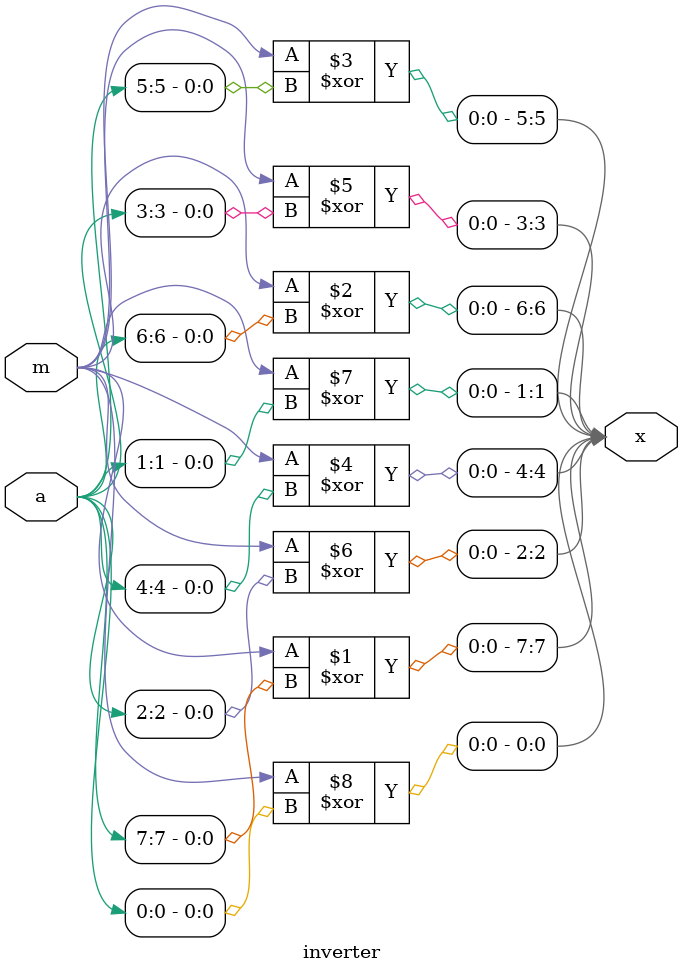
<source format=v>
module inverter
(
    input m,
    input [7:0]a,
    output [7:0]x
);

    assign x[7] = m ^ a[7];
    assign x[6] = m ^ a[6];
    assign x[5] = m ^ a[5];
    assign x[4] = m ^ a[4];
    assign x[3] = m ^ a[3];
    assign x[2] = m ^ a[2];
    assign x[1] = m ^ a[1];
    assign x[0] = m ^ a[0];
endmodule
</source>
